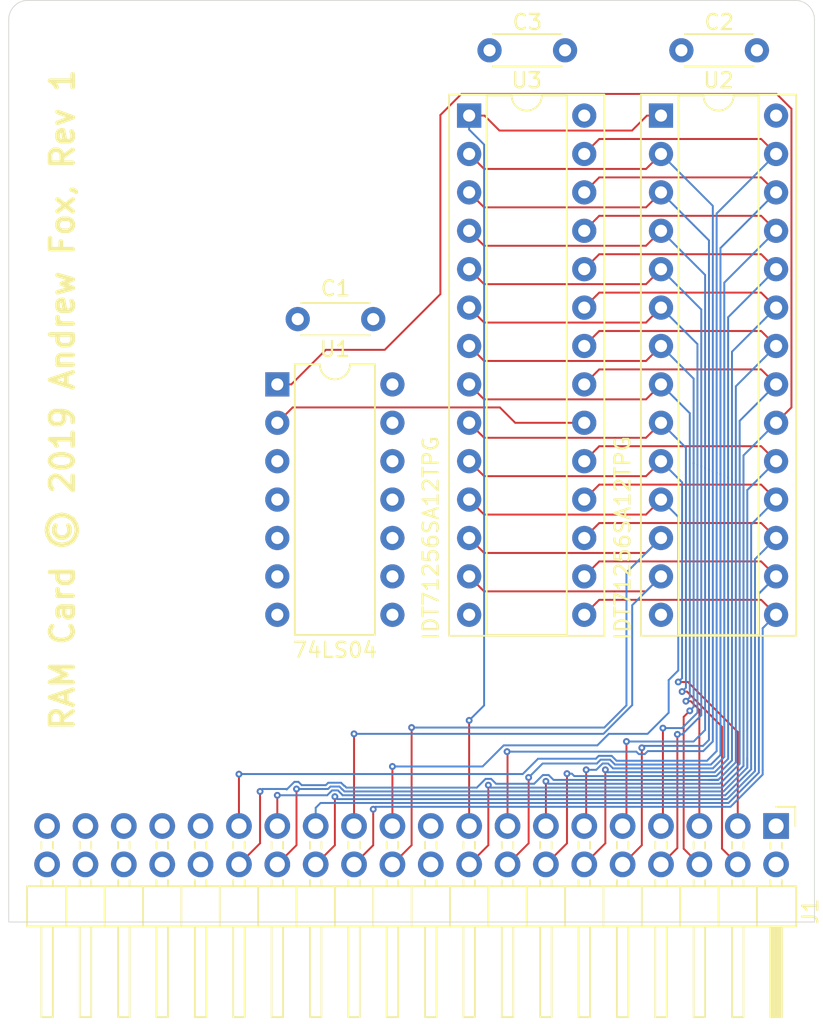
<source format=kicad_pcb>
(kicad_pcb (version 20171130) (host pcbnew "(5.1.0-0)")
  (layers (0 F.Cu signal) (1 GND.Cu power hide) (2 VCC.Cu power hide) (31 B.Cu signal) (34 B.Paste user) (35 F.Paste user) (36 B.SilkS user) (37 F.SilkS user) (38 B.Mask user) (39 F.Mask user) (44 Edge.Cuts user))
  (net 0 "")
  (net 1 GND)
  (net 2 VCC)
  (net 3 /~PO)
  (net 4 /~PI)
  (net 5 /DataBus7)
  (net 6 /DataBus6)
  (net 7 /DataBus5)
  (net 8 /DataBus4)
  (net 9 /DataBus3)
  (net 10 /DataBus2)
  (net 11 /DataBus1)
  (net 12 /DataBus0)
  (net 13 /AddressBus15)
  (net 14 /AddressBus14)
  (net 15 /AddressBus13)
  (net 16 /AddressBus12)
  (net 17 /AddressBus11)
  (net 18 /AddressBus10)
  (net 19 /AddressBus9)
  (net 20 /AddressBus8)
  (net 21 /AddressBus7)
  (net 22 /AddressBus6)
  (net 23 /AddressBus5)
  (net 24 /AddressBus4)
  (net 25 /AddressBus3)
  (net 26 /AddressBus2)
  (net 27 /AddressBus1)
  (net 28 /AddressBus0)
  (net 29 "Net-(U1-Pad2)")
  (module Connector_PinHeader_2.54mm:PinHeader_2x20_P2.54mm_Horizontal (layer F.Cu) (at 149.86 107.95 270)
    (fp_text reference J1 (at 5.655 -2.27 270) (layer F.SilkS))
    (fp_text value "Device 2")
    (pad 40 thru_hole oval (at 2.54 48.26 270) (size 1.7 1.7) (drill 1) (layers *.Cu *.Mask) (net 1 GND))
    (pad 39 thru_hole oval (at 0 48.26 270) (size 1.7 1.7) (drill 1) (layers *.Cu *.Mask) (net 1 GND))
    (pad 38 thru_hole oval (at 2.54 45.72 270) (size 1.7 1.7) (drill 1) (layers *.Cu *.Mask) (net 1 GND))
    (pad 37 thru_hole oval (at 0 45.72 270) (size 1.7 1.7) (drill 1) (layers *.Cu *.Mask) (net 1 GND))
    (pad 36 thru_hole oval (at 2.54 43.18 270) (size 1.7 1.7) (drill 1) (layers *.Cu *.Mask) (net 1 GND))
    (pad 35 thru_hole oval (at 0 43.18 270) (size 1.7 1.7) (drill 1) (layers *.Cu *.Mask) (net 1 GND))
    (pad 34 thru_hole oval (at 2.54 40.64 270) (size 1.7 1.7) (drill 1) (layers *.Cu *.Mask) (net 1 GND))
    (pad 33 thru_hole oval (at 0 40.64 270) (size 1.7 1.7) (drill 1) (layers *.Cu *.Mask) (net 1 GND))
    (pad 32 thru_hole oval (at 2.54 38.1 270) (size 1.7 1.7) (drill 1) (layers *.Cu *.Mask) (net 1 GND))
    (pad 31 thru_hole oval (at 0 38.1 270) (size 1.7 1.7) (drill 1) (layers *.Cu *.Mask) (net 1 GND))
    (pad 30 thru_hole oval (at 2.54 35.56 270) (size 1.7 1.7) (drill 1) (layers *.Cu *.Mask) (net 3 /~PO))
    (pad 29 thru_hole oval (at 0 35.56 270) (size 1.7 1.7) (drill 1) (layers *.Cu *.Mask) (net 4 /~PI))
    (pad 28 thru_hole oval (at 2.54 33.02 270) (size 1.7 1.7) (drill 1) (layers *.Cu *.Mask) (net 5 /DataBus7))
    (pad 27 thru_hole oval (at 0 33.02 270) (size 1.7 1.7) (drill 1) (layers *.Cu *.Mask) (net 6 /DataBus6))
    (pad 26 thru_hole oval (at 2.54 30.48 270) (size 1.7 1.7) (drill 1) (layers *.Cu *.Mask) (net 7 /DataBus5))
    (pad 25 thru_hole oval (at 0 30.48 270) (size 1.7 1.7) (drill 1) (layers *.Cu *.Mask) (net 8 /DataBus4))
    (pad 24 thru_hole oval (at 2.54 27.94 270) (size 1.7 1.7) (drill 1) (layers *.Cu *.Mask) (net 9 /DataBus3))
    (pad 23 thru_hole oval (at 0 27.94 270) (size 1.7 1.7) (drill 1) (layers *.Cu *.Mask) (net 10 /DataBus2))
    (pad 22 thru_hole oval (at 2.54 25.4 270) (size 1.7 1.7) (drill 1) (layers *.Cu *.Mask) (net 11 /DataBus1))
    (pad 21 thru_hole oval (at 0 25.4 270) (size 1.7 1.7) (drill 1) (layers *.Cu *.Mask) (net 12 /DataBus0))
    (pad 20 thru_hole oval (at 2.54 22.86 270) (size 1.7 1.7) (drill 1) (layers *.Cu *.Mask))
    (pad 19 thru_hole oval (at 0 22.86 270) (size 1.7 1.7) (drill 1) (layers *.Cu *.Mask))
    (pad 18 thru_hole oval (at 2.54 20.32 270) (size 1.7 1.7) (drill 1) (layers *.Cu *.Mask) (net 13 /AddressBus15))
    (pad 17 thru_hole oval (at 0 20.32 270) (size 1.7 1.7) (drill 1) (layers *.Cu *.Mask) (net 14 /AddressBus14))
    (pad 16 thru_hole oval (at 2.54 17.78 270) (size 1.7 1.7) (drill 1) (layers *.Cu *.Mask) (net 15 /AddressBus13))
    (pad 15 thru_hole oval (at 0 17.78 270) (size 1.7 1.7) (drill 1) (layers *.Cu *.Mask) (net 16 /AddressBus12))
    (pad 14 thru_hole oval (at 2.54 15.24 270) (size 1.7 1.7) (drill 1) (layers *.Cu *.Mask) (net 17 /AddressBus11))
    (pad 13 thru_hole oval (at 0 15.24 270) (size 1.7 1.7) (drill 1) (layers *.Cu *.Mask) (net 18 /AddressBus10))
    (pad 12 thru_hole oval (at 2.54 12.7 270) (size 1.7 1.7) (drill 1) (layers *.Cu *.Mask) (net 19 /AddressBus9))
    (pad 11 thru_hole oval (at 0 12.7 270) (size 1.7 1.7) (drill 1) (layers *.Cu *.Mask) (net 20 /AddressBus8))
    (pad 10 thru_hole oval (at 2.54 10.16 270) (size 1.7 1.7) (drill 1) (layers *.Cu *.Mask) (net 21 /AddressBus7))
    (pad 9 thru_hole oval (at 0 10.16 270) (size 1.7 1.7) (drill 1) (layers *.Cu *.Mask) (net 22 /AddressBus6))
    (pad 8 thru_hole oval (at 2.54 7.62 270) (size 1.7 1.7) (drill 1) (layers *.Cu *.Mask) (net 23 /AddressBus5))
    (pad 7 thru_hole oval (at 0 7.62 270) (size 1.7 1.7) (drill 1) (layers *.Cu *.Mask) (net 24 /AddressBus4))
    (pad 6 thru_hole oval (at 2.54 5.08 270) (size 1.7 1.7) (drill 1) (layers *.Cu *.Mask) (net 25 /AddressBus3))
    (pad 5 thru_hole oval (at 0 5.08 270) (size 1.7 1.7) (drill 1) (layers *.Cu *.Mask) (net 26 /AddressBus2))
    (pad 4 thru_hole oval (at 2.54 2.54 270) (size 1.7 1.7) (drill 1) (layers *.Cu *.Mask) (net 27 /AddressBus1))
    (pad 3 thru_hole oval (at 0 2.54 270) (size 1.7 1.7) (drill 1) (layers *.Cu *.Mask) (net 28 /AddressBus0))
    (pad 2 thru_hole oval (at 2.54 0 270) (size 1.7 1.7) (drill 1) (layers *.Cu *.Mask) (net 2 VCC))
    (pad 1 thru_hole rect (at 0 0 270) (size 1.7 1.7) (drill 1) (layers *.Cu *.Mask) (net 1 GND))
  )
  (module Capacitor_THT:C_Disc_D4.3mm_W1.9mm_P5.00mm (layer F.Cu) (at 123.19 74.422 180)
    (fp_text reference C1 (at 2.5 2.032 180) (layer F.SilkS))
    (fp_text value 100nF)
    (pad 2 thru_hole circle (at 5 0 180) (size 1.6 1.6) (drill 0.8) (layers *.Cu *.Mask) (net 1 GND))
    (pad 1 thru_hole circle (at 0 0 180) (size 1.6 1.6) (drill 0.8) (layers *.Cu *.Mask) (net 2 VCC))
  )
  (module Package_DIP:DIP-28_W7.62mm_Socket (layer F.Cu) (at 142.24 60.96)
    (fp_text reference U2 (at 3.81 -2.33) (layer F.SilkS))
    (fp_text value IDT71256SA12TPG (at -2.54 27.94 90) (layer F.SilkS))
    (pad 28 thru_hole oval (at 7.62 0) (size 1.6 1.6) (drill 0.8) (layers *.Cu *.Mask) (net 2 VCC))
    (pad 14 thru_hole oval (at 0 33.02) (size 1.6 1.6) (drill 0.8) (layers *.Cu *.Mask) (net 1 GND))
    (pad 27 thru_hole oval (at 7.62 2.54) (size 1.6 1.6) (drill 0.8) (layers *.Cu *.Mask) (net 4 /~PI))
    (pad 13 thru_hole oval (at 0 30.48) (size 1.6 1.6) (drill 0.8) (layers *.Cu *.Mask) (net 10 /DataBus2))
    (pad 26 thru_hole oval (at 7.62 5.08) (size 1.6 1.6) (drill 0.8) (layers *.Cu *.Mask) (net 15 /AddressBus13))
    (pad 12 thru_hole oval (at 0 27.94) (size 1.6 1.6) (drill 0.8) (layers *.Cu *.Mask) (net 11 /DataBus1))
    (pad 25 thru_hole oval (at 7.62 7.62) (size 1.6 1.6) (drill 0.8) (layers *.Cu *.Mask) (net 20 /AddressBus8))
    (pad 11 thru_hole oval (at 0 25.4) (size 1.6 1.6) (drill 0.8) (layers *.Cu *.Mask) (net 12 /DataBus0))
    (pad 24 thru_hole oval (at 7.62 10.16) (size 1.6 1.6) (drill 0.8) (layers *.Cu *.Mask) (net 19 /AddressBus9))
    (pad 10 thru_hole oval (at 0 22.86) (size 1.6 1.6) (drill 0.8) (layers *.Cu *.Mask) (net 28 /AddressBus0))
    (pad 23 thru_hole oval (at 7.62 12.7) (size 1.6 1.6) (drill 0.8) (layers *.Cu *.Mask) (net 17 /AddressBus11))
    (pad 9 thru_hole oval (at 0 20.32) (size 1.6 1.6) (drill 0.8) (layers *.Cu *.Mask) (net 27 /AddressBus1))
    (pad 22 thru_hole oval (at 7.62 15.24) (size 1.6 1.6) (drill 0.8) (layers *.Cu *.Mask) (net 3 /~PO))
    (pad 8 thru_hole oval (at 0 17.78) (size 1.6 1.6) (drill 0.8) (layers *.Cu *.Mask) (net 26 /AddressBus2))
    (pad 21 thru_hole oval (at 7.62 17.78) (size 1.6 1.6) (drill 0.8) (layers *.Cu *.Mask) (net 18 /AddressBus10))
    (pad 7 thru_hole oval (at 0 15.24) (size 1.6 1.6) (drill 0.8) (layers *.Cu *.Mask) (net 25 /AddressBus3))
    (pad 20 thru_hole oval (at 7.62 20.32) (size 1.6 1.6) (drill 0.8) (layers *.Cu *.Mask) (net 13 /AddressBus15))
    (pad 6 thru_hole oval (at 0 12.7) (size 1.6 1.6) (drill 0.8) (layers *.Cu *.Mask) (net 24 /AddressBus4))
    (pad 19 thru_hole oval (at 7.62 22.86) (size 1.6 1.6) (drill 0.8) (layers *.Cu *.Mask) (net 5 /DataBus7))
    (pad 5 thru_hole oval (at 0 10.16) (size 1.6 1.6) (drill 0.8) (layers *.Cu *.Mask) (net 23 /AddressBus5))
    (pad 18 thru_hole oval (at 7.62 25.4) (size 1.6 1.6) (drill 0.8) (layers *.Cu *.Mask) (net 6 /DataBus6))
    (pad 4 thru_hole oval (at 0 7.62) (size 1.6 1.6) (drill 0.8) (layers *.Cu *.Mask) (net 22 /AddressBus6))
    (pad 17 thru_hole oval (at 7.62 27.94) (size 1.6 1.6) (drill 0.8) (layers *.Cu *.Mask) (net 7 /DataBus5))
    (pad 3 thru_hole oval (at 0 5.08) (size 1.6 1.6) (drill 0.8) (layers *.Cu *.Mask) (net 21 /AddressBus7))
    (pad 16 thru_hole oval (at 7.62 30.48) (size 1.6 1.6) (drill 0.8) (layers *.Cu *.Mask) (net 8 /DataBus4))
    (pad 2 thru_hole oval (at 0 2.54) (size 1.6 1.6) (drill 0.8) (layers *.Cu *.Mask) (net 16 /AddressBus12))
    (pad 15 thru_hole oval (at 7.62 33.02) (size 1.6 1.6) (drill 0.8) (layers *.Cu *.Mask) (net 9 /DataBus3))
    (pad 1 thru_hole rect (at 0 0) (size 1.6 1.6) (drill 0.8) (layers *.Cu *.Mask) (net 14 /AddressBus14))
  )
  (module Package_DIP:DIP-14_W7.62mm (layer F.Cu) (at 116.84 78.74)
    (fp_text reference U1 (at 3.81 -2.33) (layer F.SilkS))
    (fp_text value 74LS04 (at 3.81 17.57) (layer F.SilkS))
    (pad 1 thru_hole rect (at 0 0) (size 1.6 1.6) (drill 0.8) (layers *.Cu *.Mask) (net 13 /AddressBus15))
    (pad 8 thru_hole oval (at 7.62 15.24) (size 1.6 1.6) (drill 0.8) (layers *.Cu *.Mask))
    (pad 2 thru_hole oval (at 0 2.54) (size 1.6 1.6) (drill 0.8) (layers *.Cu *.Mask) (net 29 "Net-(U1-Pad2)"))
    (pad 9 thru_hole oval (at 7.62 12.7) (size 1.6 1.6) (drill 0.8) (layers *.Cu *.Mask))
    (pad 3 thru_hole oval (at 0 5.08) (size 1.6 1.6) (drill 0.8) (layers *.Cu *.Mask))
    (pad 10 thru_hole oval (at 7.62 10.16) (size 1.6 1.6) (drill 0.8) (layers *.Cu *.Mask))
    (pad 4 thru_hole oval (at 0 7.62) (size 1.6 1.6) (drill 0.8) (layers *.Cu *.Mask))
    (pad 11 thru_hole oval (at 7.62 7.62) (size 1.6 1.6) (drill 0.8) (layers *.Cu *.Mask))
    (pad 5 thru_hole oval (at 0 10.16) (size 1.6 1.6) (drill 0.8) (layers *.Cu *.Mask))
    (pad 12 thru_hole oval (at 7.62 5.08) (size 1.6 1.6) (drill 0.8) (layers *.Cu *.Mask))
    (pad 6 thru_hole oval (at 0 12.7) (size 1.6 1.6) (drill 0.8) (layers *.Cu *.Mask))
    (pad 13 thru_hole oval (at 7.62 2.54) (size 1.6 1.6) (drill 0.8) (layers *.Cu *.Mask))
    (pad 7 thru_hole oval (at 0 15.24) (size 1.6 1.6) (drill 0.8) (layers *.Cu *.Mask))
    (pad 14 thru_hole oval (at 7.62 0) (size 1.6 1.6) (drill 0.8) (layers *.Cu *.Mask))
  )
  (module Package_DIP:DIP-28_W7.62mm_Socket (layer F.Cu) (at 129.54 60.96)
    (fp_text reference U3 (at 3.81 -2.33) (layer F.SilkS))
    (fp_text value IDT71256SA12TPG (at -2.54 27.94 90) (layer F.SilkS))
    (pad 28 thru_hole oval (at 7.62 0) (size 1.6 1.6) (drill 0.8) (layers *.Cu *.Mask) (net 2 VCC))
    (pad 14 thru_hole oval (at 0 33.02) (size 1.6 1.6) (drill 0.8) (layers *.Cu *.Mask) (net 1 GND))
    (pad 27 thru_hole oval (at 7.62 2.54) (size 1.6 1.6) (drill 0.8) (layers *.Cu *.Mask) (net 4 /~PI))
    (pad 13 thru_hole oval (at 0 30.48) (size 1.6 1.6) (drill 0.8) (layers *.Cu *.Mask) (net 10 /DataBus2))
    (pad 26 thru_hole oval (at 7.62 5.08) (size 1.6 1.6) (drill 0.8) (layers *.Cu *.Mask) (net 15 /AddressBus13))
    (pad 12 thru_hole oval (at 0 27.94) (size 1.6 1.6) (drill 0.8) (layers *.Cu *.Mask) (net 11 /DataBus1))
    (pad 25 thru_hole oval (at 7.62 7.62) (size 1.6 1.6) (drill 0.8) (layers *.Cu *.Mask) (net 20 /AddressBus8))
    (pad 11 thru_hole oval (at 0 25.4) (size 1.6 1.6) (drill 0.8) (layers *.Cu *.Mask) (net 12 /DataBus0))
    (pad 24 thru_hole oval (at 7.62 10.16) (size 1.6 1.6) (drill 0.8) (layers *.Cu *.Mask) (net 19 /AddressBus9))
    (pad 10 thru_hole oval (at 0 22.86) (size 1.6 1.6) (drill 0.8) (layers *.Cu *.Mask) (net 28 /AddressBus0))
    (pad 23 thru_hole oval (at 7.62 12.7) (size 1.6 1.6) (drill 0.8) (layers *.Cu *.Mask) (net 17 /AddressBus11))
    (pad 9 thru_hole oval (at 0 20.32) (size 1.6 1.6) (drill 0.8) (layers *.Cu *.Mask) (net 27 /AddressBus1))
    (pad 22 thru_hole oval (at 7.62 15.24) (size 1.6 1.6) (drill 0.8) (layers *.Cu *.Mask) (net 3 /~PO))
    (pad 8 thru_hole oval (at 0 17.78) (size 1.6 1.6) (drill 0.8) (layers *.Cu *.Mask) (net 26 /AddressBus2))
    (pad 21 thru_hole oval (at 7.62 17.78) (size 1.6 1.6) (drill 0.8) (layers *.Cu *.Mask) (net 18 /AddressBus10))
    (pad 7 thru_hole oval (at 0 15.24) (size 1.6 1.6) (drill 0.8) (layers *.Cu *.Mask) (net 25 /AddressBus3))
    (pad 20 thru_hole oval (at 7.62 20.32) (size 1.6 1.6) (drill 0.8) (layers *.Cu *.Mask) (net 29 "Net-(U1-Pad2)"))
    (pad 6 thru_hole oval (at 0 12.7) (size 1.6 1.6) (drill 0.8) (layers *.Cu *.Mask) (net 24 /AddressBus4))
    (pad 19 thru_hole oval (at 7.62 22.86) (size 1.6 1.6) (drill 0.8) (layers *.Cu *.Mask) (net 5 /DataBus7))
    (pad 5 thru_hole oval (at 0 10.16) (size 1.6 1.6) (drill 0.8) (layers *.Cu *.Mask) (net 23 /AddressBus5))
    (pad 18 thru_hole oval (at 7.62 25.4) (size 1.6 1.6) (drill 0.8) (layers *.Cu *.Mask) (net 6 /DataBus6))
    (pad 4 thru_hole oval (at 0 7.62) (size 1.6 1.6) (drill 0.8) (layers *.Cu *.Mask) (net 22 /AddressBus6))
    (pad 17 thru_hole oval (at 7.62 27.94) (size 1.6 1.6) (drill 0.8) (layers *.Cu *.Mask) (net 7 /DataBus5))
    (pad 3 thru_hole oval (at 0 5.08) (size 1.6 1.6) (drill 0.8) (layers *.Cu *.Mask) (net 21 /AddressBus7))
    (pad 16 thru_hole oval (at 7.62 30.48) (size 1.6 1.6) (drill 0.8) (layers *.Cu *.Mask) (net 8 /DataBus4))
    (pad 2 thru_hole oval (at 0 2.54) (size 1.6 1.6) (drill 0.8) (layers *.Cu *.Mask) (net 16 /AddressBus12))
    (pad 15 thru_hole oval (at 7.62 33.02) (size 1.6 1.6) (drill 0.8) (layers *.Cu *.Mask) (net 9 /DataBus3))
    (pad 1 thru_hole rect (at 0 0) (size 1.6 1.6) (drill 0.8) (layers *.Cu *.Mask) (net 14 /AddressBus14))
  )
  (module Capacitor_THT:C_Disc_D4.3mm_W1.9mm_P5.00mm (layer F.Cu) (at 135.89 56.642 180)
    (fp_text reference C3 (at 2.5 1.864 180) (layer F.SilkS))
    (fp_text value 100nF)
    (pad 2 thru_hole circle (at 5 0 180) (size 1.6 1.6) (drill 0.8) (layers *.Cu *.Mask) (net 1 GND))
    (pad 1 thru_hole circle (at 0 0 180) (size 1.6 1.6) (drill 0.8) (layers *.Cu *.Mask) (net 2 VCC))
  )
  (module Capacitor_THT:C_Disc_D4.3mm_W1.9mm_P5.00mm (layer F.Cu) (at 148.59 56.642 180)
    (fp_text reference C2 (at 2.5 1.864 180) (layer F.SilkS))
    (fp_text value 100nF)
    (pad 2 thru_hole circle (at 5 0 180) (size 1.6 1.6) (drill 0.8) (layers *.Cu *.Mask) (net 1 GND))
    (pad 1 thru_hole circle (at 0 0 180) (size 1.6 1.6) (drill 0.8) (layers *.Cu *.Mask) (net 2 VCC))
  )
  (gr_arc (start 151.13 54.61) (end 152.4 54.61) (angle -90) (layer Edge.Cuts) (width 0.05))
  (gr_arc (start 100.33 54.61) (end 100.33 53.34) (angle -90) (layer Edge.Cuts) (width 0.05))
  (gr_line (start 99.06 114.3) (end 152.4 114.3) (layer Edge.Cuts) (width 0.05))
  (gr_line (start 99.06 54.61) (end 99.06 114.3) (layer Edge.Cuts) (width 0.05))
  (gr_line (start 151.13 53.34) (end 100.33 53.34) (layer Edge.Cuts) (width 0.05))
  (gr_line (start 152.4 114.3) (end 152.4 54.61) (layer Edge.Cuts) (width 0.05))
  (gr_text "RAM Card © 2019 Andrew Fox, Rev 1" (at 102.616 79.756 90) (layer F.SilkS) (effects (font (size 1.5 1.5) (thickness 0.3))))
  (segment (start 149.060001 75.400001) (end 149.86 76.2) (width 0.127) (layer F.Cu) (net 3))
  (segment (start 148.869499 75.209499) (end 149.060001 75.400001) (width 0.127) (layer F.Cu) (net 3))
  (segment (start 138.150501 75.209499) (end 148.869499 75.209499) (width 0.127) (layer F.Cu) (net 3))
  (segment (start 137.16 76.2) (end 138.150501 75.209499) (width 0.127) (layer F.Cu) (net 3))
  (via (at 115.697 105.664) (size 0.45) (drill 0.2) (layers F.Cu B.Cu) (net 3))
  (segment (start 115.697 109.093) (end 114.3 110.49) (width 0.127) (layer F.Cu) (net 3))
  (segment (start 115.697 105.664) (end 115.697 109.093) (width 0.127) (layer F.Cu) (net 3))
  (segment (start 146.006506 104.90194) (end 146.00651 104.901938) (width 0.127) (layer B.Cu) (net 3))
  (segment (start 145.79606 104.90194) (end 146.006506 104.90194) (width 0.127) (layer B.Cu) (net 3))
  (segment (start 145.54206 104.90194) (end 146.02466 104.90194) (width 0.127) (layer B.Cu) (net 3))
  (segment (start 145.64366 104.90194) (end 146.006508 104.90194) (width 0.127) (layer B.Cu) (net 3))
  (segment (start 145.54206 104.90194) (end 145.64366 104.90194) (width 0.127) (layer B.Cu) (net 3))
  (segment (start 145.41494 104.90194) (end 146.02466 104.90194) (width 0.127) (layer B.Cu) (net 3))
  (segment (start 145.41494 104.90194) (end 145.54206 104.90194) (width 0.127) (layer B.Cu) (net 3))
  (segment (start 120.04951 105.24849) (end 120.211021 105.086979) (width 0.127) (layer B.Cu) (net 3))
  (segment (start 120.211021 105.086979) (end 121.059869 105.086979) (width 0.127) (layer B.Cu) (net 3))
  (segment (start 130.994969 104.832969) (end 131.31795 105.15595) (width 0.127) (layer B.Cu) (net 3))
  (segment (start 115.858501 105.502499) (end 117.426057 105.502499) (width 0.127) (layer B.Cu) (net 3))
  (segment (start 115.697 105.664) (end 115.858501 105.502499) (width 0.127) (layer B.Cu) (net 3))
  (segment (start 135.12794 104.90194) (end 145.41494 104.90194) (width 0.127) (layer B.Cu) (net 3))
  (segment (start 117.460558 105.537) (end 117.968558 105.029) (width 0.127) (layer B.Cu) (net 3))
  (segment (start 134.804948 104.578948) (end 135.12794 104.90194) (width 0.127) (layer B.Cu) (net 3))
  (segment (start 117.426057 105.502499) (end 117.460558 105.537) (width 0.127) (layer B.Cu) (net 3))
  (segment (start 117.968558 105.029) (end 118.237 105.029) (width 0.127) (layer B.Cu) (net 3))
  (segment (start 121.41196 105.40996) (end 130.04804 105.40996) (width 0.127) (layer B.Cu) (net 3))
  (segment (start 118.237 105.029) (end 118.45649 105.24849) (width 0.127) (layer B.Cu) (net 3))
  (segment (start 121.25589 105.283) (end 121.285 105.283) (width 0.127) (layer B.Cu) (net 3))
  (segment (start 134.420559 104.578948) (end 134.804948 104.578948) (width 0.127) (layer B.Cu) (net 3))
  (segment (start 130.625031 104.832969) (end 130.994969 104.832969) (width 0.127) (layer B.Cu) (net 3))
  (segment (start 121.285 105.283) (end 121.41196 105.40996) (width 0.127) (layer B.Cu) (net 3))
  (segment (start 130.04804 105.40996) (end 130.625031 104.832969) (width 0.127) (layer B.Cu) (net 3))
  (segment (start 118.45649 105.24849) (end 120.04951 105.24849) (width 0.127) (layer B.Cu) (net 3))
  (segment (start 133.843557 105.15595) (end 134.420559 104.578948) (width 0.127) (layer B.Cu) (net 3))
  (segment (start 131.31795 105.15595) (end 133.843557 105.15595) (width 0.127) (layer B.Cu) (net 3))
  (segment (start 121.059869 105.086979) (end 121.25589 105.283) (width 0.127) (layer B.Cu) (net 3))
  (segment (start 145.64366 104.90194) (end 145.79606 104.90194) (width 0.127) (layer B.Cu) (net 3))
  (segment (start 147.192959 103.733641) (end 147.192959 85.108166) (width 0.127) (layer B.Cu) (net 3))
  (segment (start 147.193055 78.866945) (end 149.060001 76.999999) (width 0.127) (layer B.Cu) (net 3))
  (segment (start 147.193055 85.10807) (end 147.193055 78.866945) (width 0.127) (layer B.Cu) (net 3))
  (segment (start 147.192959 85.108166) (end 147.193055 85.10807) (width 0.127) (layer B.Cu) (net 3))
  (segment (start 146.02466 104.90194) (end 147.192959 103.733641) (width 0.127) (layer B.Cu) (net 3))
  (segment (start 149.060001 76.999999) (end 149.86 76.2) (width 0.127) (layer B.Cu) (net 3))
  (segment (start 137.959999 62.700001) (end 137.16 63.5) (width 0.127) (layer F.Cu) (net 4))
  (segment (start 138.150501 62.509499) (end 137.959999 62.700001) (width 0.127) (layer F.Cu) (net 4))
  (segment (start 148.869499 62.509499) (end 138.150501 62.509499) (width 0.127) (layer F.Cu) (net 4))
  (segment (start 149.86 63.5) (end 148.869499 62.509499) (width 0.127) (layer F.Cu) (net 4))
  (segment (start 133.088754 104.513754) (end 114.688246 104.513754) (width 0.127) (layer B.Cu) (net 4))
  (segment (start 134.104754 103.497754) (end 133.088754 104.513754) (width 0.127) (layer B.Cu) (net 4))
  (segment (start 138.974133 103.308909) (end 138.118091 103.308909) (width 0.127) (layer B.Cu) (net 4))
  (segment (start 137.914754 103.497754) (end 134.104754 103.497754) (width 0.127) (layer B.Cu) (net 4))
  (segment (start 139.297114 103.63189) (end 138.974133 103.308909) (width 0.127) (layer B.Cu) (net 4))
  (segment (start 145.922905 102.997095) (end 145.28811 103.63189) (width 0.127) (layer B.Cu) (net 4))
  (segment (start 145.923 84.582001) (end 145.922905 84.582096) (width 0.127) (layer B.Cu) (net 4))
  (segment (start 138.118091 103.308909) (end 137.922 103.505) (width 0.127) (layer B.Cu) (net 4))
  (segment (start 145.922905 84.582096) (end 145.922905 102.997095) (width 0.127) (layer B.Cu) (net 4))
  (segment (start 145.28811 103.63189) (end 139.297114 103.63189) (width 0.127) (layer B.Cu) (net 4))
  (segment (start 145.923 67.437) (end 145.923 84.582001) (width 0.127) (layer B.Cu) (net 4))
  (segment (start 137.922 103.505) (end 137.914754 103.497754) (width 0.127) (layer B.Cu) (net 4))
  (segment (start 149.86 63.5) (end 145.923 67.437) (width 0.127) (layer B.Cu) (net 4))
  (via (at 114.3 104.521) (size 0.45) (drill 0.2) (layers F.Cu B.Cu) (net 4))
  (segment (start 114.307246 104.513754) (end 114.3 104.521) (width 0.127) (layer B.Cu) (net 4))
  (segment (start 114.688246 104.513754) (end 114.307246 104.513754) (width 0.127) (layer B.Cu) (net 4))
  (segment (start 114.3 104.521) (end 114.3 107.95) (width 0.127) (layer F.Cu) (net 4))
  (segment (start 137.959999 83.020001) (end 137.16 83.82) (width 0.127) (layer F.Cu) (net 5))
  (segment (start 138.150501 82.829499) (end 137.959999 83.020001) (width 0.127) (layer F.Cu) (net 5))
  (segment (start 148.869499 82.829499) (end 138.150501 82.829499) (width 0.127) (layer F.Cu) (net 5))
  (segment (start 149.86 83.82) (end 148.869499 82.829499) (width 0.127) (layer F.Cu) (net 5))
  (segment (start 147.954981 85.725019) (end 149.86 83.82) (width 0.127) (layer B.Cu) (net 5))
  (segment (start 147.954981 103.454219) (end 147.954981 104.096389) (width 0.127) (layer B.Cu) (net 5))
  (segment (start 147.954981 103.454219) (end 147.954981 85.725019) (width 0.127) (layer B.Cu) (net 5))
  (segment (start 118.11 105.5025) (end 118.11 109.22) (width 0.127) (layer F.Cu) (net 5))
  (segment (start 118.11 109.22) (end 116.84 110.49) (width 0.127) (layer F.Cu) (net 5))
  (via (at 118.11 105.5025) (size 0.45) (drill 0.2) (layers F.Cu B.Cu) (net 5))
  (segment (start 121.28497 105.66397) (end 146.376606 105.66397) (width 0.127) (layer B.Cu) (net 5))
  (segment (start 120.198276 105.5025) (end 120.359787 105.340989) (width 0.127) (layer B.Cu) (net 5))
  (segment (start 147.954981 104.085595) (end 147.954981 103.454219) (width 0.127) (layer B.Cu) (net 5))
  (segment (start 121.150666 105.537) (end 121.158 105.537) (width 0.127) (layer B.Cu) (net 5))
  (segment (start 146.376606 105.66397) (end 147.954981 104.085595) (width 0.127) (layer B.Cu) (net 5))
  (segment (start 120.954655 105.340989) (end 121.150666 105.537) (width 0.127) (layer B.Cu) (net 5))
  (segment (start 121.158 105.537) (end 121.28497 105.66397) (width 0.127) (layer B.Cu) (net 5))
  (segment (start 120.359787 105.340989) (end 120.954655 105.340989) (width 0.127) (layer B.Cu) (net 5))
  (segment (start 118.11 105.5025) (end 120.198276 105.5025) (width 0.127) (layer B.Cu) (net 5))
  (segment (start 148.869499 85.369499) (end 149.060001 85.560001) (width 0.127) (layer F.Cu) (net 6))
  (segment (start 138.150501 85.369499) (end 148.869499 85.369499) (width 0.127) (layer F.Cu) (net 6))
  (segment (start 149.060001 85.560001) (end 149.86 86.36) (width 0.127) (layer F.Cu) (net 6))
  (segment (start 137.16 86.36) (end 138.150501 85.369499) (width 0.127) (layer F.Cu) (net 6))
  (via (at 116.84 105.918) (size 0.45) (drill 0.2) (layers F.Cu B.Cu) (net 6))
  (segment (start 116.84 105.918) (end 116.84 107.95) (width 0.127) (layer F.Cu) (net 6))
  (segment (start 148.208991 88.011009) (end 149.86 86.36) (width 0.127) (layer B.Cu) (net 6))
  (segment (start 148.208991 90.677991) (end 148.208991 88.011009) (width 0.127) (layer B.Cu) (net 6))
  (segment (start 120.465001 105.594999) (end 120.849441 105.594999) (width 0.127) (layer B.Cu) (net 6))
  (segment (start 120.142 105.918) (end 120.465001 105.594999) (width 0.127) (layer B.Cu) (net 6))
  (segment (start 121.15798 105.903538) (end 121.15798 105.91798) (width 0.127) (layer B.Cu) (net 6))
  (segment (start 120.849441 105.594999) (end 121.15798 105.903538) (width 0.127) (layer B.Cu) (net 6))
  (segment (start 148.209 90.678) (end 148.208991 90.677991) (width 0.127) (layer B.Cu) (net 6))
  (segment (start 116.84 105.918) (end 120.142 105.918) (width 0.127) (layer B.Cu) (net 6))
  (segment (start 148.208991 103.987609) (end 148.209 103.9876) (width 0.127) (layer B.Cu) (net 6))
  (segment (start 148.208991 104.201603) (end 148.208991 103.987609) (width 0.127) (layer B.Cu) (net 6))
  (segment (start 146.492616 105.917978) (end 148.208991 104.201603) (width 0.127) (layer B.Cu) (net 6))
  (segment (start 121.15798 105.91798) (end 146.30402 105.91798) (width 0.127) (layer B.Cu) (net 6))
  (segment (start 148.209 103.9876) (end 148.209 90.678) (width 0.127) (layer B.Cu) (net 6))
  (segment (start 146.30402 105.91798) (end 146.492616 105.917978) (width 0.127) (layer B.Cu) (net 6))
  (segment (start 137.959999 88.100001) (end 137.16 88.9) (width 0.127) (layer F.Cu) (net 7))
  (segment (start 148.869499 87.909499) (end 138.150501 87.909499) (width 0.127) (layer F.Cu) (net 7))
  (segment (start 138.150501 87.909499) (end 137.959999 88.100001) (width 0.127) (layer F.Cu) (net 7))
  (segment (start 149.86 88.9) (end 148.869499 87.909499) (width 0.127) (layer F.Cu) (net 7))
  (via (at 120.65 106.0105) (size 0.45) (drill 0.2) (layers F.Cu B.Cu) (net 7))
  (segment (start 120.65 109.22) (end 119.38 110.49) (width 0.127) (layer F.Cu) (net 7))
  (segment (start 120.65 106.0105) (end 120.65 109.22) (width 0.127) (layer F.Cu) (net 7))
  (segment (start 120.65 106.0105) (end 120.81149 106.17199) (width 0.127) (layer B.Cu) (net 7))
  (segment (start 120.81149 106.17199) (end 146.605186 106.17199) (width 0.127) (layer B.Cu) (net 7))
  (segment (start 146.605186 106.17199) (end 148.463 104.314176) (width 0.127) (layer B.Cu) (net 7))
  (segment (start 148.463 104.314176) (end 148.463 90.297) (width 0.127) (layer B.Cu) (net 7))
  (segment (start 148.463 90.297) (end 149.060001 89.699999) (width 0.127) (layer B.Cu) (net 7))
  (segment (start 149.060001 89.699999) (end 149.86 88.9) (width 0.127) (layer B.Cu) (net 7))
  (segment (start 137.959999 90.640001) (end 137.16 91.44) (width 0.127) (layer F.Cu) (net 8))
  (segment (start 148.869499 90.449499) (end 138.150501 90.449499) (width 0.127) (layer F.Cu) (net 8))
  (segment (start 138.150501 90.449499) (end 137.959999 90.640001) (width 0.127) (layer F.Cu) (net 8))
  (segment (start 149.86 91.44) (end 148.869499 90.449499) (width 0.127) (layer F.Cu) (net 8))
  (segment (start 119.38 107.95) (end 119.38 106.747919) (width 0.127) (layer B.Cu) (net 8))
  (segment (start 119.38 106.747919) (end 119.701919 106.426) (width 0.127) (layer B.Cu) (net 8))
  (segment (start 119.701919 106.426) (end 146.177 106.426) (width 0.127) (layer B.Cu) (net 8))
  (segment (start 148.717 92.583) (end 149.86 91.44) (width 0.127) (layer B.Cu) (net 8))
  (segment (start 148.71701 92.58299) (end 149.86 91.44) (width 0.127) (layer B.Cu) (net 8))
  (segment (start 148.71701 104.41939) (end 148.71701 92.58299) (width 0.127) (layer B.Cu) (net 8))
  (segment (start 146.710401 106.425999) (end 148.71701 104.41939) (width 0.127) (layer B.Cu) (net 8))
  (segment (start 146.177 106.426) (end 146.710401 106.425999) (width 0.127) (layer B.Cu) (net 8))
  (segment (start 137.959999 93.180001) (end 137.16 93.98) (width 0.127) (layer F.Cu) (net 9))
  (segment (start 138.150501 92.989499) (end 137.959999 93.180001) (width 0.127) (layer F.Cu) (net 9))
  (segment (start 148.869499 92.989499) (end 138.150501 92.989499) (width 0.127) (layer F.Cu) (net 9))
  (segment (start 149.86 93.98) (end 148.869499 92.989499) (width 0.127) (layer F.Cu) (net 9))
  (segment (start 123.19 107.159708) (end 123.19 106.84151) (width 0.127) (layer F.Cu) (net 9))
  (via (at 123.19 106.84151) (size 0.45) (drill 0.2) (layers F.Cu B.Cu) (net 9))
  (segment (start 121.92 110.49) (end 123.19 109.22) (width 0.127) (layer F.Cu) (net 9))
  (segment (start 149.86 93.98) (end 148.97101 94.86899) (width 0.127) (layer B.Cu) (net 9))
  (segment (start 123.3515 106.68001) (end 123.19 106.84151) (width 0.127) (layer B.Cu) (net 9))
  (segment (start 123.19 109.22) (end 123.19 107.159708) (width 0.127) (layer F.Cu) (net 9))
  (segment (start 146.27859 106.68001) (end 146.83739 106.68001) (width 0.127) (layer B.Cu) (net 9))
  (segment (start 146.35479 106.68001) (end 146.27859 106.68001) (width 0.127) (layer B.Cu) (net 9))
  (segment (start 148.97101 104.54639) (end 148.97101 104.24161) (width 0.127) (layer B.Cu) (net 9))
  (segment (start 146.83739 106.68001) (end 148.97101 104.54639) (width 0.127) (layer B.Cu) (net 9))
  (segment (start 148.97101 94.86899) (end 148.97101 104.24161) (width 0.127) (layer B.Cu) (net 9))
  (segment (start 146.27859 106.68001) (end 123.3515 106.68001) (width 0.127) (layer B.Cu) (net 9))
  (segment (start 130.339999 92.239999) (end 129.54 91.44) (width 0.127) (layer F.Cu) (net 10))
  (segment (start 130.530501 92.430501) (end 130.339999 92.239999) (width 0.127) (layer F.Cu) (net 10))
  (segment (start 141.249499 92.430501) (end 130.530501 92.430501) (width 0.127) (layer F.Cu) (net 10))
  (segment (start 142.24 91.44) (end 141.249499 92.430501) (width 0.127) (layer F.Cu) (net 10))
  (segment (start 142.24 91.44) (end 140.335 93.345) (width 0.127) (layer B.Cu) (net 10))
  (segment (start 140.335 93.345) (end 140.335 99.949) (width 0.127) (layer B.Cu) (net 10))
  (segment (start 140.335 99.949) (end 138.43 101.854) (width 0.127) (layer B.Cu) (net 10))
  (via (at 121.92 101.854) (size 0.45) (drill 0.2) (layers F.Cu B.Cu) (net 10))
  (segment (start 138.43 101.854) (end 121.92 101.854) (width 0.127) (layer B.Cu) (net 10))
  (segment (start 121.92 101.854) (end 121.92 107.95) (width 0.127) (layer F.Cu) (net 10))
  (segment (start 141.440001 89.699999) (end 142.24 88.9) (width 0.127) (layer F.Cu) (net 11))
  (segment (start 141.249499 89.890501) (end 141.440001 89.699999) (width 0.127) (layer F.Cu) (net 11))
  (segment (start 130.530501 89.890501) (end 141.249499 89.890501) (width 0.127) (layer F.Cu) (net 11))
  (segment (start 129.54 88.9) (end 130.530501 89.890501) (width 0.127) (layer F.Cu) (net 11))
  (via (at 125.73 101.43849) (size 0.45) (drill 0.2) (layers F.Cu B.Cu) (net 11))
  (segment (start 125.73 109.22) (end 125.73 101.756688) (width 0.127) (layer F.Cu) (net 11))
  (segment (start 124.46 110.49) (end 125.73 109.22) (width 0.127) (layer F.Cu) (net 11))
  (segment (start 125.73 101.756688) (end 125.73 101.43849) (width 0.127) (layer F.Cu) (net 11))
  (segment (start 139.953991 91.186009) (end 139.953991 99.970785) (width 0.127) (layer B.Cu) (net 11))
  (segment (start 139.953991 99.970785) (end 138.486286 101.43849) (width 0.127) (layer B.Cu) (net 11))
  (segment (start 142.24 88.9) (end 139.953991 91.186009) (width 0.127) (layer B.Cu) (net 11))
  (segment (start 126.048198 101.43849) (end 125.73 101.43849) (width 0.127) (layer B.Cu) (net 11))
  (segment (start 138.486286 101.43849) (end 126.048198 101.43849) (width 0.127) (layer B.Cu) (net 11))
  (segment (start 130.339999 87.159999) (end 129.54 86.36) (width 0.127) (layer F.Cu) (net 12))
  (segment (start 141.249499 87.350501) (end 130.530501 87.350501) (width 0.127) (layer F.Cu) (net 12))
  (segment (start 130.530501 87.350501) (end 130.339999 87.159999) (width 0.127) (layer F.Cu) (net 12))
  (segment (start 142.24 86.36) (end 141.249499 87.350501) (width 0.127) (layer F.Cu) (net 12))
  (via (at 124.46 104.013) (size 0.45) (drill 0.2) (layers F.Cu B.Cu) (net 12))
  (segment (start 124.46 104.013) (end 124.46 107.95) (width 0.127) (layer F.Cu) (net 12))
  (segment (start 131.825989 102.616011) (end 130.429 104.013) (width 0.127) (layer B.Cu) (net 12))
  (segment (start 143.382805 87.502805) (end 143.382805 97.663195) (width 0.127) (layer B.Cu) (net 12))
  (segment (start 138.027214 102.616011) (end 131.825989 102.616011) (width 0.127) (layer B.Cu) (net 12))
  (segment (start 130.429 104.013) (end 124.778198 104.013) (width 0.127) (layer B.Cu) (net 12))
  (segment (start 141.351 101.854) (end 138.789225 101.854) (width 0.127) (layer B.Cu) (net 12))
  (segment (start 124.778198 104.013) (end 124.46 104.013) (width 0.127) (layer B.Cu) (net 12))
  (segment (start 138.789225 101.854) (end 138.027214 102.616011) (width 0.127) (layer B.Cu) (net 12))
  (segment (start 142.748 98.298) (end 142.748 100.457) (width 0.127) (layer B.Cu) (net 12))
  (segment (start 143.382805 97.663195) (end 142.748 98.298) (width 0.127) (layer B.Cu) (net 12))
  (segment (start 142.24 86.36) (end 143.382805 87.502805) (width 0.127) (layer B.Cu) (net 12))
  (segment (start 142.748 100.457) (end 141.351 101.854) (width 0.127) (layer B.Cu) (net 12))
  (via (at 130.81 105.24847) (size 0.45) (drill 0.2) (layers F.Cu B.Cu) (net 13))
  (segment (start 130.81 109.22) (end 129.54 110.49) (width 0.127) (layer F.Cu) (net 13))
  (segment (start 130.81 105.24847) (end 130.81 109.22) (width 0.127) (layer F.Cu) (net 13))
  (segment (start 147.701077 85.318498) (end 147.700971 85.318604) (width 0.127) (layer B.Cu) (net 13))
  (segment (start 146.271393 105.409959) (end 130.971489 105.409959) (width 0.127) (layer B.Cu) (net 13))
  (segment (start 130.971489 105.409959) (end 130.81 105.24847) (width 0.127) (layer B.Cu) (net 13))
  (segment (start 147.700971 85.318604) (end 147.700971 103.980381) (width 0.127) (layer B.Cu) (net 13))
  (segment (start 149.86 81.28) (end 147.701077 83.438923) (width 0.127) (layer B.Cu) (net 13))
  (segment (start 147.700971 103.980381) (end 146.271393 105.409959) (width 0.127) (layer B.Cu) (net 13))
  (segment (start 147.701077 83.438923) (end 147.701077 85.318498) (width 0.127) (layer B.Cu) (net 13))
  (segment (start 120.053 76.454) (end 117.767 78.74) (width 0.127) (layer F.Cu) (net 13))
  (segment (start 127.635 72.771) (end 123.952 76.454) (width 0.127) (layer F.Cu) (net 13))
  (segment (start 117.767 78.74) (end 116.84 78.74) (width 0.127) (layer F.Cu) (net 13))
  (segment (start 127.635 60.922098) (end 127.635 72.771) (width 0.127) (layer F.Cu) (net 13))
  (segment (start 129.028569 59.528529) (end 127.635 60.922098) (width 0.127) (layer F.Cu) (net 13))
  (segment (start 149.894471 59.528529) (end 129.028569 59.528529) (width 0.127) (layer F.Cu) (net 13))
  (segment (start 150.876 60.510058) (end 149.894471 59.528529) (width 0.127) (layer F.Cu) (net 13))
  (segment (start 123.952 76.454) (end 120.053 76.454) (width 0.127) (layer F.Cu) (net 13))
  (segment (start 150.876 80.264) (end 150.876 60.510058) (width 0.127) (layer F.Cu) (net 13))
  (segment (start 149.86 81.28) (end 150.876 80.264) (width 0.127) (layer F.Cu) (net 13))
  (segment (start 140.322499 61.950501) (end 141.313 60.96) (width 0.127) (layer F.Cu) (net 14))
  (segment (start 141.313 60.96) (end 142.24 60.96) (width 0.127) (layer F.Cu) (net 14))
  (segment (start 130.556 60.96) (end 129.54 60.96) (width 0.127) (layer F.Cu) (net 14))
  (segment (start 131.546501 61.950501) (end 130.556 60.96) (width 0.127) (layer F.Cu) (net 14))
  (segment (start 131.546501 61.950501) (end 140.322499 61.950501) (width 0.127) (layer F.Cu) (net 14))
  (via (at 129.54 100.965) (size 0.45) (drill 0.2) (layers F.Cu B.Cu) (net 14))
  (segment (start 129.54 107.95) (end 129.54 100.965) (width 0.127) (layer F.Cu) (net 14))
  (segment (start 129.54 61.887) (end 129.54 60.96) (width 0.127) (layer B.Cu) (net 14))
  (segment (start 130.530501 62.877501) (end 129.54 61.887) (width 0.127) (layer B.Cu) (net 14))
  (segment (start 130.530501 99.974499) (end 130.530501 62.877501) (width 0.127) (layer B.Cu) (net 14))
  (segment (start 129.54 100.965) (end 130.530501 99.974499) (width 0.127) (layer B.Cu) (net 14))
  (segment (start 148.869499 65.049499) (end 149.060001 65.240001) (width 0.127) (layer F.Cu) (net 15))
  (segment (start 138.150501 65.049499) (end 148.869499 65.049499) (width 0.127) (layer F.Cu) (net 15))
  (segment (start 149.060001 65.240001) (end 149.86 66.04) (width 0.127) (layer F.Cu) (net 15))
  (segment (start 137.16 66.04) (end 138.150501 65.049499) (width 0.127) (layer F.Cu) (net 15))
  (via (at 133.477 104.74045) (size 0.45) (drill 0.2) (layers F.Cu B.Cu) (net 15))
  (segment (start 133.477 109.093) (end 132.08 110.49) (width 0.127) (layer F.Cu) (net 15))
  (segment (start 133.477 104.74045) (end 133.477 109.093) (width 0.127) (layer F.Cu) (net 15))
  (segment (start 134.400521 103.816929) (end 133.701999 104.515451) (width 0.127) (layer B.Cu) (net 15))
  (segment (start 149.86 66.04) (end 146.177011 69.722989) (width 0.127) (layer B.Cu) (net 15))
  (segment (start 137.991071 103.816929) (end 134.400521 103.816929) (width 0.127) (layer B.Cu) (net 15))
  (segment (start 146.177011 69.722989) (end 146.177011 84.687214) (width 0.127) (layer B.Cu) (net 15))
  (segment (start 146.176915 84.68731) (end 146.176915 103.251085) (width 0.127) (layer B.Cu) (net 15))
  (segment (start 133.701999 104.515451) (end 133.477 104.74045) (width 0.127) (layer B.Cu) (net 15))
  (segment (start 146.176915 103.251085) (end 145.5421 103.8859) (width 0.127) (layer B.Cu) (net 15))
  (segment (start 139.1919 103.8859) (end 138.938 103.632) (width 0.127) (layer B.Cu) (net 15))
  (segment (start 138.938 103.632) (end 138.930736 103.632) (width 0.127) (layer B.Cu) (net 15))
  (segment (start 138.930736 103.632) (end 138.861655 103.562919) (width 0.127) (layer B.Cu) (net 15))
  (segment (start 138.245081 103.562919) (end 137.991071 103.816929) (width 0.127) (layer B.Cu) (net 15))
  (segment (start 145.5421 103.8859) (end 139.1919 103.8859) (width 0.127) (layer B.Cu) (net 15))
  (segment (start 138.861655 103.562919) (end 138.245081 103.562919) (width 0.127) (layer B.Cu) (net 15))
  (segment (start 146.177011 84.687214) (end 146.176915 84.68731) (width 0.127) (layer B.Cu) (net 15))
  (segment (start 141.440001 64.299999) (end 142.24 63.5) (width 0.127) (layer F.Cu) (net 16))
  (segment (start 141.249499 64.490501) (end 141.440001 64.299999) (width 0.127) (layer F.Cu) (net 16))
  (segment (start 130.530501 64.490501) (end 141.249499 64.490501) (width 0.127) (layer F.Cu) (net 16))
  (segment (start 129.54 63.5) (end 130.530501 64.490501) (width 0.127) (layer F.Cu) (net 16))
  (segment (start 141.169441 103.193011) (end 140.770559 103.193011) (width 0.127) (layer B.Cu) (net 16))
  (segment (start 141.365452 102.997) (end 141.169441 103.193011) (width 0.127) (layer B.Cu) (net 16))
  (segment (start 132.368096 103.031521) (end 132.049898 103.031521) (width 0.127) (layer B.Cu) (net 16))
  (segment (start 140.609069 103.031521) (end 132.368096 103.031521) (width 0.127) (layer B.Cu) (net 16))
  (segment (start 140.770559 103.193011) (end 140.609069 103.031521) (width 0.127) (layer B.Cu) (net 16))
  (segment (start 145.668895 102.362105) (end 145.034 102.997) (width 0.127) (layer B.Cu) (net 16))
  (segment (start 145.668895 84.476882) (end 145.668895 102.362105) (width 0.127) (layer B.Cu) (net 16))
  (segment (start 145.669 84.476777) (end 145.668895 84.476882) (width 0.127) (layer B.Cu) (net 16))
  (segment (start 145.034 102.997) (end 141.365452 102.997) (width 0.127) (layer B.Cu) (net 16))
  (via (at 132.049898 103.031521) (size 0.45) (drill 0.2) (layers F.Cu B.Cu) (net 16))
  (segment (start 142.24 63.5) (end 145.669 66.929) (width 0.127) (layer B.Cu) (net 16))
  (segment (start 132.08 103.061623) (end 132.049898 103.031521) (width 0.127) (layer F.Cu) (net 16))
  (segment (start 132.08 107.95) (end 132.08 103.061623) (width 0.127) (layer F.Cu) (net 16))
  (segment (start 145.669 66.929) (end 145.669 84.476777) (width 0.127) (layer B.Cu) (net 16))
  (segment (start 137.959999 72.860001) (end 137.16 73.66) (width 0.127) (layer F.Cu) (net 17))
  (segment (start 138.150501 72.669499) (end 137.959999 72.860001) (width 0.127) (layer F.Cu) (net 17))
  (segment (start 148.869499 72.669499) (end 138.150501 72.669499) (width 0.127) (layer F.Cu) (net 17))
  (segment (start 149.86 73.66) (end 148.869499 72.669499) (width 0.127) (layer F.Cu) (net 17))
  (via (at 136.017 104.48644) (size 0.45) (drill 0.2) (layers F.Cu B.Cu) (net 17))
  (segment (start 136.017 109.093) (end 134.62 110.49) (width 0.127) (layer F.Cu) (net 17))
  (segment (start 136.017 104.48644) (end 136.017 109.093) (width 0.127) (layer F.Cu) (net 17))
  (segment (start 146.938948 85.002952) (end 146.939044 85.002856) (width 0.127) (layer B.Cu) (net 17))
  (segment (start 149.060001 74.459999) (end 149.86 73.66) (width 0.127) (layer B.Cu) (net 17))
  (segment (start 136.496689 104.647931) (end 145.901294 104.647931) (width 0.127) (layer B.Cu) (net 17))
  (segment (start 136.335198 104.48644) (end 136.496689 104.647931) (width 0.127) (layer B.Cu) (net 17))
  (segment (start 136.017 104.48644) (end 136.335198 104.48644) (width 0.127) (layer B.Cu) (net 17))
  (segment (start 145.901294 104.647931) (end 146.938948 103.610277) (width 0.127) (layer B.Cu) (net 17))
  (segment (start 146.939044 85.002856) (end 146.939044 76.580956) (width 0.127) (layer B.Cu) (net 17))
  (segment (start 146.938948 103.610277) (end 146.938948 85.002952) (width 0.127) (layer B.Cu) (net 17))
  (segment (start 146.939044 76.580956) (end 149.060001 74.459999) (width 0.127) (layer B.Cu) (net 17))
  (segment (start 137.959999 77.940001) (end 137.16 78.74) (width 0.127) (layer F.Cu) (net 18))
  (segment (start 138.150501 77.749499) (end 137.959999 77.940001) (width 0.127) (layer F.Cu) (net 18))
  (segment (start 148.869499 77.749499) (end 138.150501 77.749499) (width 0.127) (layer F.Cu) (net 18))
  (segment (start 149.86 78.74) (end 148.869499 77.749499) (width 0.127) (layer F.Cu) (net 18))
  (via (at 134.62 104.994449) (size 0.45) (drill 0.2) (layers F.Cu B.Cu) (net 18))
  (segment (start 134.62 107.95) (end 134.62 104.994449) (width 0.127) (layer F.Cu) (net 18))
  (segment (start 149.86 78.74) (end 147.447066 81.152934) (width 0.127) (layer B.Cu) (net 18))
  (segment (start 147.447066 81.152934) (end 147.447066 85.213284) (width 0.127) (layer B.Cu) (net 18))
  (segment (start 147.447066 85.213284) (end 147.44697 85.21338) (width 0.127) (layer B.Cu) (net 18))
  (segment (start 146.129875 105.155949) (end 134.781499 105.155948) (width 0.127) (layer B.Cu) (net 18))
  (segment (start 134.781499 105.155948) (end 134.62 104.994449) (width 0.127) (layer B.Cu) (net 18))
  (segment (start 147.44697 103.838855) (end 146.129875 105.155949) (width 0.127) (layer B.Cu) (net 18))
  (segment (start 147.44697 85.21338) (end 147.44697 103.838855) (width 0.127) (layer B.Cu) (net 18))
  (segment (start 138.150501 70.129499) (end 148.869499 70.129499) (width 0.127) (layer F.Cu) (net 19))
  (segment (start 149.060001 70.320001) (end 149.86 71.12) (width 0.127) (layer F.Cu) (net 19))
  (segment (start 148.869499 70.129499) (end 149.060001 70.320001) (width 0.127) (layer F.Cu) (net 19))
  (segment (start 137.16 71.12) (end 138.150501 70.129499) (width 0.127) (layer F.Cu) (net 19))
  (via (at 138.557 104.23243) (size 0.45) (drill 0.2) (layers F.Cu B.Cu) (net 19))
  (segment (start 138.557 109.093) (end 137.16 110.49) (width 0.127) (layer F.Cu) (net 19))
  (segment (start 138.557 104.23243) (end 138.557 109.093) (width 0.127) (layer F.Cu) (net 19))
  (segment (start 146.685033 74.294967) (end 149.060001 71.919999) (width 0.127) (layer B.Cu) (net 19))
  (segment (start 138.557 104.23243) (end 138.71849 104.39392) (width 0.127) (layer B.Cu) (net 19))
  (segment (start 145.79608 104.39392) (end 146.684937 103.505063) (width 0.127) (layer B.Cu) (net 19))
  (segment (start 146.685033 84.897642) (end 146.685033 74.294967) (width 0.127) (layer B.Cu) (net 19))
  (segment (start 146.684937 84.897738) (end 146.685033 84.897642) (width 0.127) (layer B.Cu) (net 19))
  (segment (start 149.060001 71.919999) (end 149.86 71.12) (width 0.127) (layer B.Cu) (net 19))
  (segment (start 138.71849 104.39392) (end 145.79608 104.39392) (width 0.127) (layer B.Cu) (net 19))
  (segment (start 146.684937 103.505063) (end 146.684937 84.897738) (width 0.127) (layer B.Cu) (net 19))
  (segment (start 137.959999 67.780001) (end 137.16 68.58) (width 0.127) (layer F.Cu) (net 20))
  (segment (start 138.150501 67.589499) (end 137.959999 67.780001) (width 0.127) (layer F.Cu) (net 20))
  (segment (start 148.869499 67.589499) (end 138.150501 67.589499) (width 0.127) (layer F.Cu) (net 20))
  (segment (start 149.86 68.58) (end 148.869499 67.589499) (width 0.127) (layer F.Cu) (net 20))
  (via (at 137.287 104.23243) (size 0.45) (drill 0.2) (layers F.Cu B.Cu) (net 20))
  (segment (start 137.287 107.823) (end 137.16 107.95) (width 0.127) (layer F.Cu) (net 20))
  (segment (start 137.287 104.23243) (end 137.287 107.823) (width 0.127) (layer F.Cu) (net 20))
  (segment (start 146.430926 103.356299) (end 146.430926 84.792524) (width 0.127) (layer B.Cu) (net 20))
  (segment (start 146.430925 103.378075) (end 146.430926 103.356299) (width 0.127) (layer B.Cu) (net 20))
  (segment (start 139.06491 104.13991) (end 145.66909 104.13991) (width 0.127) (layer B.Cu) (net 20))
  (segment (start 146.431022 72.008978) (end 149.060001 69.379999) (width 0.127) (layer B.Cu) (net 20))
  (segment (start 137.287 104.23243) (end 137.95657 104.23243) (width 0.127) (layer B.Cu) (net 20))
  (segment (start 137.95657 104.23243) (end 138.37207 103.81693) (width 0.127) (layer B.Cu) (net 20))
  (segment (start 138.37207 103.81693) (end 138.74193 103.81693) (width 0.127) (layer B.Cu) (net 20))
  (segment (start 138.74193 103.81693) (end 139.06491 104.13991) (width 0.127) (layer B.Cu) (net 20))
  (segment (start 146.430926 84.792524) (end 146.431022 84.792428) (width 0.127) (layer B.Cu) (net 20))
  (segment (start 146.431022 84.792428) (end 146.431022 72.008978) (width 0.127) (layer B.Cu) (net 20))
  (segment (start 149.060001 69.379999) (end 149.86 68.58) (width 0.127) (layer B.Cu) (net 20))
  (segment (start 145.66909 104.13991) (end 146.430925 103.378075) (width 0.127) (layer B.Cu) (net 20))
  (segment (start 141.440001 66.839999) (end 142.24 66.04) (width 0.127) (layer F.Cu) (net 21))
  (segment (start 141.249499 67.030501) (end 141.440001 66.839999) (width 0.127) (layer F.Cu) (net 21))
  (segment (start 130.530501 67.030501) (end 141.249499 67.030501) (width 0.127) (layer F.Cu) (net 21))
  (segment (start 129.54 66.04) (end 130.530501 67.030501) (width 0.127) (layer F.Cu) (net 21))
  (via (at 140.97 102.77751) (size 0.45) (drill 0.2) (layers F.Cu B.Cu) (net 21))
  (segment (start 139.7 110.49) (end 140.97 109.22) (width 0.127) (layer F.Cu) (net 21))
  (segment (start 145.021266 102.65051) (end 141.097 102.65051) (width 0.127) (layer B.Cu) (net 21))
  (segment (start 142.24 66.04) (end 145.415 69.215) (width 0.127) (layer B.Cu) (net 21))
  (segment (start 145.415 69.215) (end 145.415 84.371553) (width 0.127) (layer B.Cu) (net 21))
  (segment (start 145.414885 102.256891) (end 145.021266 102.65051) (width 0.127) (layer B.Cu) (net 21))
  (segment (start 145.414885 84.371668) (end 145.414885 102.256891) (width 0.127) (layer B.Cu) (net 21))
  (segment (start 141.097 102.65051) (end 140.97 102.77751) (width 0.127) (layer B.Cu) (net 21))
  (segment (start 145.415 84.371553) (end 145.414885 84.371668) (width 0.127) (layer B.Cu) (net 21))
  (segment (start 140.97 109.22) (end 140.97 103.095708) (width 0.127) (layer F.Cu) (net 21))
  (segment (start 140.97 103.095708) (end 140.97 102.77751) (width 0.127) (layer F.Cu) (net 21))
  (segment (start 130.530501 69.570501) (end 130.339999 69.379999) (width 0.127) (layer F.Cu) (net 22))
  (segment (start 130.339999 69.379999) (end 129.54 68.58) (width 0.127) (layer F.Cu) (net 22))
  (segment (start 141.249499 69.570501) (end 130.530501 69.570501) (width 0.127) (layer F.Cu) (net 22))
  (segment (start 142.24 68.58) (end 141.249499 69.570501) (width 0.127) (layer F.Cu) (net 22))
  (segment (start 142.24 68.58) (end 145.161 71.501) (width 0.127) (layer B.Cu) (net 22))
  (segment (start 145.160875 84.266454) (end 145.160875 101.600125) (width 0.127) (layer B.Cu) (net 22))
  (segment (start 145.161 84.266329) (end 145.160875 84.266454) (width 0.127) (layer B.Cu) (net 22))
  (segment (start 145.161 71.501) (end 145.161 84.266329) (width 0.127) (layer B.Cu) (net 22))
  (via (at 139.954 102.362) (size 0.45) (drill 0.2) (layers F.Cu B.Cu) (net 22))
  (segment (start 145.160875 101.600125) (end 144.399 102.362) (width 0.127) (layer B.Cu) (net 22))
  (segment (start 144.399 102.362) (end 139.954 102.362) (width 0.127) (layer B.Cu) (net 22))
  (segment (start 139.954 107.696) (end 139.7 107.95) (width 0.127) (layer F.Cu) (net 22))
  (segment (start 139.954 102.362) (end 139.954 107.696) (width 0.127) (layer F.Cu) (net 22))
  (segment (start 141.440001 71.919999) (end 142.24 71.12) (width 0.127) (layer F.Cu) (net 23))
  (segment (start 141.249499 72.110501) (end 141.440001 71.919999) (width 0.127) (layer F.Cu) (net 23))
  (segment (start 130.530501 72.110501) (end 141.249499 72.110501) (width 0.127) (layer F.Cu) (net 23))
  (segment (start 129.54 71.12) (end 130.530501 72.110501) (width 0.127) (layer F.Cu) (net 23))
  (segment (start 143.323989 102.206708) (end 143.323989 101.88851) (width 0.127) (layer F.Cu) (net 23))
  (segment (start 142.24 110.49) (end 143.323989 109.406011) (width 0.127) (layer F.Cu) (net 23))
  (segment (start 142.24 71.12) (end 144.907 73.787) (width 0.127) (layer B.Cu) (net 23))
  (segment (start 144.907 73.787) (end 144.907 84.161105) (width 0.127) (layer B.Cu) (net 23))
  (segment (start 144.907 84.161105) (end 144.906865 84.16124) (width 0.127) (layer B.Cu) (net 23))
  (segment (start 144.906865 84.16124) (end 144.906865 100.623832) (width 0.127) (layer B.Cu) (net 23))
  (segment (start 143.642187 101.88851) (end 143.323989 101.88851) (width 0.127) (layer B.Cu) (net 23))
  (segment (start 144.906865 100.623832) (end 143.642187 101.88851) (width 0.127) (layer B.Cu) (net 23))
  (via (at 143.323989 101.88851) (size 0.45) (drill 0.2) (layers F.Cu B.Cu) (net 23))
  (segment (start 143.323989 109.406011) (end 143.323989 102.206708) (width 0.127) (layer F.Cu) (net 23))
  (segment (start 130.530501 74.650501) (end 130.339999 74.459999) (width 0.127) (layer F.Cu) (net 24))
  (segment (start 130.339999 74.459999) (end 129.54 73.66) (width 0.127) (layer F.Cu) (net 24))
  (segment (start 141.249499 74.650501) (end 130.530501 74.650501) (width 0.127) (layer F.Cu) (net 24))
  (segment (start 142.24 73.66) (end 141.249499 74.650501) (width 0.127) (layer F.Cu) (net 24))
  (segment (start 142.24 73.66) (end 144.653 76.073) (width 0.127) (layer B.Cu) (net 24))
  (segment (start 144.653 84.055881) (end 144.652855 84.056026) (width 0.127) (layer B.Cu) (net 24))
  (segment (start 144.652855 84.056026) (end 144.652855 100.457145) (width 0.127) (layer B.Cu) (net 24))
  (segment (start 144.653 76.073) (end 144.653 84.055881) (width 0.127) (layer B.Cu) (net 24))
  (via (at 142.367 101.473) (size 0.45) (drill 0.2) (layers F.Cu B.Cu) (net 24))
  (segment (start 144.652855 100.457145) (end 143.637 101.473) (width 0.127) (layer B.Cu) (net 24))
  (segment (start 143.637 101.473) (end 142.367 101.473) (width 0.127) (layer B.Cu) (net 24))
  (segment (start 142.367 107.823) (end 142.24 107.95) (width 0.127) (layer F.Cu) (net 24))
  (segment (start 142.367 101.473) (end 142.367 107.823) (width 0.127) (layer F.Cu) (net 24))
  (segment (start 141.249499 77.190501) (end 141.440001 76.999999) (width 0.127) (layer F.Cu) (net 25))
  (segment (start 141.440001 76.999999) (end 142.24 76.2) (width 0.127) (layer F.Cu) (net 25))
  (segment (start 130.530501 77.190501) (end 141.249499 77.190501) (width 0.127) (layer F.Cu) (net 25))
  (segment (start 129.54 76.2) (end 130.530501 77.190501) (width 0.127) (layer F.Cu) (net 25))
  (segment (start 142.24 76.2) (end 144.399 78.359) (width 0.127) (layer B.Cu) (net 25))
  (segment (start 144.399 83.950657) (end 144.398845 83.950812) (width 0.127) (layer B.Cu) (net 25))
  (segment (start 144.399 78.359) (end 144.399 83.950657) (width 0.127) (layer B.Cu) (net 25))
  (via (at 144.145 100.33) (size 0.45) (drill 0.2) (layers F.Cu B.Cu) (net 25))
  (segment (start 144.398845 100.076155) (end 144.145 100.33) (width 0.127) (layer B.Cu) (net 25))
  (segment (start 144.398845 83.950812) (end 144.398845 100.076155) (width 0.127) (layer B.Cu) (net 25))
  (segment (start 143.739499 100.735501) (end 143.739499 109.449499) (width 0.127) (layer F.Cu) (net 25))
  (segment (start 144.145 100.33) (end 143.739499 100.735501) (width 0.127) (layer F.Cu) (net 25))
  (segment (start 143.739499 109.449499) (end 143.930001 109.640001) (width 0.127) (layer F.Cu) (net 25))
  (segment (start 143.930001 109.640001) (end 144.78 110.49) (width 0.127) (layer F.Cu) (net 25))
  (segment (start 130.339999 79.539999) (end 129.54 78.74) (width 0.127) (layer F.Cu) (net 26))
  (segment (start 130.530501 79.730501) (end 130.339999 79.539999) (width 0.127) (layer F.Cu) (net 26))
  (segment (start 141.249499 79.730501) (end 130.530501 79.730501) (width 0.127) (layer F.Cu) (net 26))
  (segment (start 142.24 78.74) (end 141.249499 79.730501) (width 0.127) (layer F.Cu) (net 26))
  (via (at 143.891 99.695) (size 0.45) (drill 0.2) (layers F.Cu B.Cu) (net 26))
  (segment (start 144.78 100.265802) (end 144.78 106.747919) (width 0.127) (layer F.Cu) (net 26))
  (segment (start 144.209198 99.695) (end 144.78 100.265802) (width 0.127) (layer F.Cu) (net 26))
  (segment (start 144.78 106.747919) (end 144.78 107.95) (width 0.127) (layer F.Cu) (net 26))
  (segment (start 143.891 99.695) (end 144.209198 99.695) (width 0.127) (layer F.Cu) (net 26))
  (segment (start 144.144835 80.644835) (end 142.24 78.74) (width 0.127) (layer B.Cu) (net 26))
  (segment (start 144.144835 99.441165) (end 144.144835 80.644835) (width 0.127) (layer B.Cu) (net 26))
  (segment (start 143.891 99.695) (end 144.144835 99.441165) (width 0.127) (layer B.Cu) (net 26))
  (segment (start 130.339999 82.079999) (end 129.54 81.28) (width 0.127) (layer F.Cu) (net 27))
  (segment (start 130.530501 82.270501) (end 130.339999 82.079999) (width 0.127) (layer F.Cu) (net 27))
  (segment (start 141.249499 82.270501) (end 130.530501 82.270501) (width 0.127) (layer F.Cu) (net 27))
  (segment (start 142.24 81.28) (end 141.249499 82.270501) (width 0.127) (layer F.Cu) (net 27))
  (segment (start 142.24 81.28) (end 143.129 82.169) (width 0.127) (layer B.Cu) (net 27))
  (segment (start 143.129 82.169) (end 143.890825 82.930825) (width 0.127) (layer B.Cu) (net 27))
  (segment (start 143.890825 98.806175) (end 143.637 99.06) (width 0.127) (layer B.Cu) (net 27))
  (via (at 143.637 99.06) (size 0.45) (drill 0.2) (layers F.Cu B.Cu) (net 27))
  (segment (start 143.890825 82.930825) (end 143.890825 98.806175) (width 0.127) (layer B.Cu) (net 27))
  (segment (start 146.470001 109.640001) (end 147.32 110.49) (width 0.127) (layer F.Cu) (net 27))
  (segment (start 146.279499 109.449499) (end 146.470001 109.640001) (width 0.127) (layer F.Cu) (net 27))
  (segment (start 146.279499 101.384301) (end 146.279499 109.449499) (width 0.127) (layer F.Cu) (net 27))
  (segment (start 143.955198 99.06) (end 146.279499 101.384301) (width 0.127) (layer F.Cu) (net 27))
  (segment (start 143.637 99.06) (end 143.955198 99.06) (width 0.127) (layer F.Cu) (net 27))
  (segment (start 141.440001 84.619999) (end 142.24 83.82) (width 0.127) (layer F.Cu) (net 28))
  (segment (start 130.530501 84.810501) (end 141.249499 84.810501) (width 0.127) (layer F.Cu) (net 28))
  (segment (start 141.249499 84.810501) (end 141.440001 84.619999) (width 0.127) (layer F.Cu) (net 28))
  (segment (start 129.54 83.82) (end 130.530501 84.810501) (width 0.127) (layer F.Cu) (net 28))
  (segment (start 142.24 83.82) (end 143.636815 85.216815) (width 0.127) (layer B.Cu) (net 28))
  (segment (start 143.636815 85.216815) (end 143.636815 85.979) (width 0.127) (layer B.Cu) (net 28))
  (via (at 143.383 98.425) (size 0.45) (drill 0.2) (layers F.Cu B.Cu) (net 28))
  (segment (start 143.636815 98.171185) (end 143.383 98.425) (width 0.127) (layer B.Cu) (net 28))
  (segment (start 143.636815 85.979) (end 143.636815 98.171185) (width 0.127) (layer B.Cu) (net 28))
  (segment (start 147.32 101.727) (end 147.32 107.95) (width 0.127) (layer F.Cu) (net 28))
  (segment (start 144.018 98.425) (end 147.32 101.727) (width 0.127) (layer F.Cu) (net 28))
  (segment (start 143.383 98.425) (end 144.018 98.425) (width 0.127) (layer F.Cu) (net 28))
  (segment (start 132.588 81.28) (end 137.16 81.28) (width 0.127) (layer F.Cu) (net 29))
  (segment (start 131.572 80.264) (end 132.588 81.28) (width 0.127) (layer F.Cu) (net 29))
  (segment (start 117.856 80.264) (end 131.572 80.264) (width 0.127) (layer F.Cu) (net 29))
  (segment (start 116.84 81.28) (end 117.856 80.264) (width 0.127) (layer F.Cu) (net 29))
)
</source>
